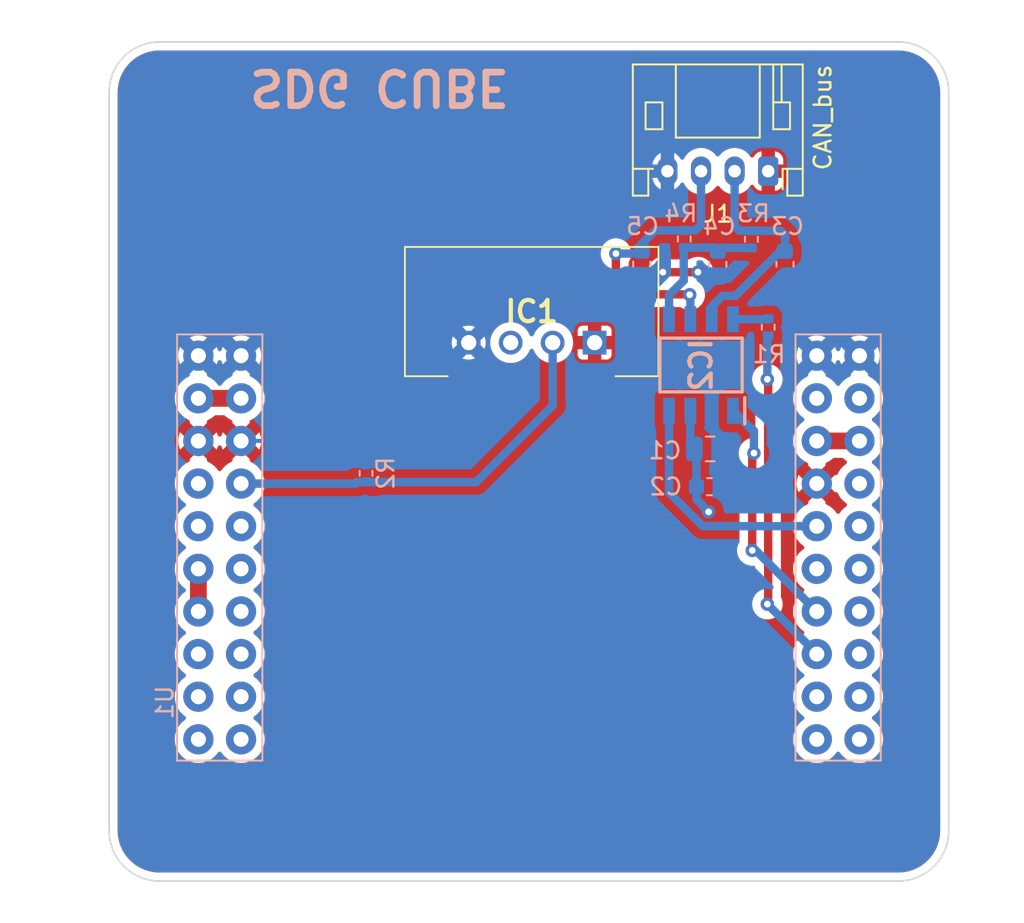
<source format=kicad_pcb>
(kicad_pcb (version 20211014) (generator pcbnew)
  (layers (0 "F.Cu" power) (31 "B.Cu" power) (34 "B.Paste" user) (35 "F.Paste" user) (36 "B.SilkS" user "B.Silkscreen") (37 "F.SilkS" user "F.Silkscreen") (38 "B.Mask" user) (39 "F.Mask" user) (44 "Edge.Cuts" user))
  (net 0 "")
  (net 1 "+3.3V")
  (net 2 "GND")
  (net 3 "CAN_HIGH")
  (net 4 "CAN_SPLIT")
  (net 5 "CAN_LOW")
  (net 6 "Net-(R1-Pad1)")
  (net 8 "CAN_TX")
  (net 9 "CAN_RX")
  (net 10 "CAN_STANDBY")
  (net 11 "DHT22")
  (net 15 "unconnected-(U1-Pad7)")
  (net 20 "unconnected-(U1-Pad17)")
  (footprint "SDG:THT 20x2x2" (layer "F.Cu") (at 80.515 117.555)
    (fp_text reference "U1" (at 3.3 -10.7 90 unlocked) (layer "B.SilkS") (effects (justify mirror)))
    (fp_text value "Cube")
    (fp_text user "SDG CUBE" (at 16.085 -47.355 180 unlocked) (layer "B.SilkS") (effects (font (size 2 2) (thickness 0.4)) (justify mirror)))
    (fp_line (start 4.03 -32.63) (end 4.03 -7.23) (layer "B.SilkS") (width 0.12))
    (fp_line (start 45.94 -32.63) (end 40.86 -32.63) (layer "B.SilkS") (width 0.12))
    (fp_line (start 40.86 -7.23) (end 45.94 -7.23) (layer "B.SilkS") (width 0.12))
    (fp_line (start 9.11 -32.63) (end 4.03 -32.63) (layer "B.SilkS") (width 0.12))
    (fp_line (start 40.86 -32.63) (end 40.86 -7.23) (layer "B.SilkS") (width 0.12))
    (fp_line (start 45.94 -7.23) (end 45.94 -32.63) (layer "B.SilkS") (width 0.12))
    (fp_line (start 4.03 -7.23) (end 9.11 -7.23) (layer "B.SilkS") (width 0.12))
    (fp_line (start 9.11 -7.23) (end 9.11 -32.63) (layer "B.SilkS") (width 0.12))
    (pad "1" thru_hole circle (at 5.3 -8.5) (size 1.8 1.8) (drill 0.9) (layers *.Cu *.Mask))
    (pad "2" thru_hole circle (at 7.84 -8.5) (size 1.8 1.8) (drill 0.9) (layers *.Cu *.Mask))
    (pad "4" thru_hole circle (at 7.84 -11.04) (size 1.8 1.8) (drill 0.9) (layers *.Cu *.Mask))
    (pad "5" thru_hole circle (at 5.3 -11.04) (size 1.8 1.8) (drill 0.9) (layers *.Cu *.Mask))
    (pad "5" thru_hole circle (at 5.3 -13.58) (size 1.8 1.8) (drill 0.9) (layers *.Cu *.Mask))
    (pad "6" thru_hole circle (at 7.84 -13.58) (size 1.8 1.8) (drill 0.9) (layers *.Cu *.Mask))
    (pad "7" thru_hole circle (at 5.3 -18.66) (size 1.8 1.8) (drill 0.9) (layers *.Cu *.Mask) (net 15 "unconnected-(U1-Pad7)"))
    (pad "7" thru_hole circle (at 5.3 -16.12) (size 1.8 1.8) (drill 0.9) (layers *.Cu *.Mask) (net 15 "unconnected-(U1-Pad7)"))
    (pad "8" thru_hole circle (at 7.84 -16.12) (size 1.8 1.8) (drill 0.9) (layers *.Cu *.Mask))
    (pad "10" thru_hole circle (at 7.84 -18.66) (size 1.8 1.8) (drill 0.9) (layers *.Cu *.Mask))
    (pad "11" thru_hole circle (at 5.3 -21.2) (size 1.8 1.8) (drill 0.9) (layers *.Cu *.Mask))
    (pad "12" thru_hole circle (at 7.84 -21.2) (size 1.8 1.8) (drill 0.9) (layers *.Cu *.Mask))
    (pad "13" thru_hole circle (at 5.3 -23.74) (size 1.8 1.8) (drill 0.9) (layers *.Cu *.Mask))
    (pad "14" thru_hole circle (at 7.84 -23.74) (size 1.8 1.8) (drill 0.9) (layers *.Cu *.Mask) (net 11 "DHT22"))
    (pad "15" thru_hole circle (at 5.3 -26.28) (size 1.8 1.8) (drill 0.9) (layers *.Cu *.Mask) (net 1 "+3.3V"))
    (pad "15" thru_hole circle (at 42.13 -23.74) (size 1.8 1.8) (drill 0.9) (layers *.Cu *.Mask) (net 1 "+3.3V"))
    (pad "15" thru_hole circle (at 7.84 -26.28) (size 1.8 1.8) (drill 0.9) (layers *.Cu *.Mask) (net 1 "+3.3V"))
    (pad "17" thru_hole circle (at 5.3 -28.82) (size 1.8 1.8) (drill 0.9) (layers *.Cu *.Mask) (net 20 "unconnected-(U1-Pad17)"))
    (pad "17" thru_hole circle (at 44.67 -26.28) (size 1.8 1.8) (drill 0.9) (layers *.Cu *.Mask) (net 20 "unconnected-(U1-Pad17)"))
    (pad "17" thru_hole circle (at 7.84 -28.82) (size 1.8 1.8) (drill 0.9) (layers *.Cu *.Mask) (net 20 "unconnected-(U1-Pad17)"))
    (pad "17" thru_hole circle (at 42.13 -26.28) (size 1.8 1.8) (drill 0.9) (layers *.Cu *.Mask) (net 20 "unconnected-(U1-Pad17)"))
    (pad "19" thru_hole circle (at 44.67 -31.36) (size 1.8 1.8) (drill 0.9) (layers *.Cu *.Mask) (net 2 "GND"))
    (pad "19" thru_hole circle (at 5.3 -31.36) (size 1.8 1.8) (drill 0.9) (layers *.Cu *.Mask) (net 2 "GND"))
    (pad "19" thru_hole circle (at 42.13 -31.36) (size 1.8 1.8) (drill 0.9) (layers *.Cu *.Mask) (net 2 "GND"))
    (pad "19" thru_hole circle (at 7.84 -31.36) (size 1.8 1.8) (drill 0.9) (layers *.Cu *.Mask) (net 2 "GND"))
    (pad "21" thru_hole circle (at 42.13 -8.5) (size 1.8 1.8) (drill 0.9) (layers *.Cu *.Mask))
    (pad "22" thru_hole circle (at 44.67 -8.5) (size 1.8 1.8) (drill 0.9) (layers *.Cu *.Mask))
    (pad "23" thru_hole circle (at 42.13 -11.04) (size 1.8 1.8) (drill 0.9) (layers *.Cu *.Mask))
    (pad "24" thru_hole circle (at 44.67 -11.04) (size 1.8 1.8) (drill 0.9) (layers *.Cu *.Mask))
    (pad "25" thru_hole circle (at 42.13 -13.58) (size 1.8 1.8) (drill 0.9) (layers *.Cu *.Mask) (net 6 "Net-(R1-Pad1)"))
    (pad "26" thru_hole circle (at 44.67 -13.58) (size 1.8 1.8) (drill 0.9) (layers *.Cu *.Mask))
    (pad "27" thru_hole circle (at 42.13 -16.12) (size 1.8 1.8) (drill 0.9) (layers *.Cu *.Mask) (net 8 "CAN_TX"))
    (pad "28" thru_hole circle (at 44.67 -16.12) (size 1.8 1.8) (drill 0.9) (layers *.Cu *.Mask))
    (pad "29" thru_hole circle (at 42.13 -18.66) (size 1.8 1.8) (drill 0.9) (layers *.Cu *.Mask))
    (pad "30" thru_hole circle (at 44.67 -18.66) (size 1.8 1.8) (drill 0.9) (layers *.Cu *.Mask))
    (pad "31" thru_hole circle (at 42.13 -21.2) (size 1.8 1.8) (drill 0.9) (layers *.Cu *.Mask) (net 9 "CAN_RX"))
    (pad "32" thru_hole circle (at 44.67 -21.2) (size 1.8 1.8) (drill 0.9) (layers *.Cu *.Mask))
    (pad "34" thru_hole circle (at 44.67 -23.74) (size 1.8 1.8) (drill 0.9) (layers *.Cu *.Mask))
    (pad "37" thru_hole circle (at 42.13 -28.82) (size 1.8 1.8) (drill 0.9) (layers *.Cu *.Mask))
    (pad "38" thru_hole circle (at 44.67 -28.82) (size 1.8 1.8) (drill 0.9) (layers *.Cu *.Mask))
  )
  (footprint "SamacSys_Parts:DHT22" (layer "F.Cu") (at 109.414 85.416 180)
    (fp_text reference "IC1" (at 3.75 1.85) (layer "F.SilkS") (effects (font (size 1.27 1.27) (thickness 0.254))))
    (fp_text value "DHT22" hide)
    (fp_line (start -3.8 -2) (end -3.8 -2) (layer "F.SilkS") (width 0.1))
    (fp_line (start -3.8 5.7) (end -3.8 -2) (layer "F.SilkS") (width 0.1))
    (fp_line (start 8.75 -2) (end 11.3 -2) (layer "F.SilkS") (width 0.1))
    (fp_line (start -1.25 -2) (end -3.8 -2) (layer "F.SilkS") (width 0.1))
    (fp_line (start -3.8 5.7) (end 11.3 5.7) (layer "F.SilkS") (width 0.1))
    (fp_line (start 11.3 -2) (end 11.3 -2) (layer "F.SilkS") (width 0.1))
    (fp_line (start 11.3 -2) (end 8.75 -2) (layer "F.SilkS") (width 0.1))
    (fp_line (start 11.3 -2) (end 11.3 -2) (layer "F.SilkS") (width 0.1))
    (fp_line (start 11.3 5.7) (end 11.3 5.7) (layer "F.SilkS") (width 0.1))
    (fp_line (start -3.8 5.7) (end -3.8 5.7) (layer "F.SilkS") (width 0.1))
    (fp_line (start 11.3 -2) (end 11.3 5.7) (layer "F.SilkS") (width 0.1))
    (fp_line (start -1.25 -2) (end -1.25 -2) (layer "F.SilkS") (width 0.1))
    (fp_line (start -3.8 -2) (end -3.8 5.7) (layer "F.SilkS") (width 0.1))
    (fp_line (start 11.3 5.7) (end -3.8 5.7) (layer "F.SilkS") (width 0.1))
    (fp_line (start 8.75 -2) (end 8.75 -2) (layer "F.SilkS") (width 0.1))
    (fp_line (start -3.8 -2) (end -3.8 -2) (layer "F.SilkS") (width 0.1))
    (fp_line (start 11.3 5.7) (end 11.3 -2) (layer "F.SilkS") (width 0.1))
    (fp_line (start -3.8 5.7) (end -3.8 5.7) (layer "F.SilkS") (width 0.1))
    (fp_line (start 11.3 5.7) (end 11.3 5.7) (layer "F.SilkS") (width 0.1))
    (fp_line (start -3.8 -2) (end -1.25 -2) (layer "F.SilkS") (width 0.1))
    (pad "1" thru_hole rect (at 0 0 180) (size 1.416 1.416) (drill 0.91) (layers *.Cu *.Mask) (net 1 "+3.3V"))
    (pad "2" thru_hole circle (at 2.5 0 180) (size 1.416 1.416) (drill 0.91) (layers *.Cu *.Mask) (net 11 "DHT22"))
    (pad "3" thru_hole circle (at 5 0 180) (size 1.416 1.416) (drill 0.91) (layers *.Cu *.Mask))
    (pad "4" thru_hole circle (at 7.5 0 180) (size 1.416 1.416) (drill 0.91) (layers *.Cu *.Mask) (net 2 "GND"))
  )
  (footprint "Connector_JST:JST_PH_S4B-PH-K_1x04_P2.00mm_Horizontal" (layer "F.Cu") (at 119.75 75.2 180)
    (fp_text reference "J1" (at 3 -2.55) (layer "F.SilkS"))
    (fp_text value "CAN_bus" (at -3.25 3.2 270) (layer "F.SilkS"))
    (fp_line (start -1.3 2.5) (end -1.3 4.1) (layer "F.SilkS") (width 0.12))
    (fp_line (start 8.06 -1.46) (end 7.14 -1.46) (layer "F.SilkS") (width 0.12))
    (fp_line (start -0.3 2.5) (end -1.3 2.5) (layer "F.SilkS") (width 0.12))
    (fp_line (start 7.3 2.5) (end 7.3 4.1) (layer "F.SilkS") (width 0.12))
    (fp_line (start 6.3 4.1) (end 6.3 2.5) (layer "F.SilkS") (width 0.12))
    (fp_line (start 5.5 2) (end 5.5 6.36) (layer "F.SilkS") (width 0.12))
    (fp_line (start 0.5 6.36) (end 0.5 2) (layer "F.SilkS") (width 0.12))
    (fp_line (start -0.86 0.14) (end -0.86 -1.075) (layer "F.SilkS") (width 0.12))
    (fp_line (start 0.5 2) (end 5.5 2) (layer "F.SilkS") (width 0.12))
    (fp_line (start -2.06 0.14) (end -1.14 0.14) (layer "F.SilkS") (width 0.12))
    (fp_line (start 7.14 -1.46) (end 7.14 0.14) (layer "F.SilkS") (width 0.12))
    (fp_line (start -0.8 4.1) (end -0.8 6.36) (layer "F.SilkS") (width 0.12))
    (fp_line (start -2.06 -1.46) (end -2.06 6.36) (layer "F.SilkS") (width 0.12))
    (fp_line (start -0.3 4.1) (end -0.3 2.5) (layer "F.SilkS") (width 0.12))
    (fp_line (start -1.3 4.1) (end -0.3 4.1) (layer "F.SilkS") (width 0.12))
    (fp_line (start 7.14 0.14) (end 6.86 0.14) (layer "F.SilkS") (width 0.12))
    (fp_line (start 7.3 4.1) (end 6.3 4.1) (layer "F.SilkS") (width 0.12))
    (fp_line (start -1.14 -1.46) (end -2.06 -1.46) (layer "F.SilkS") (width 0.12))
    (fp_line (start 6.3 2.5) (end 7.3 2.5) (layer "F.SilkS") (width 0.12))
    (fp_line (start -0.86 0.14) (end -1.14 0.14) (layer "F.SilkS") (width 0.12))
    (fp_line (start 8.06 6.36) (end 8.06 -1.46) (layer "F.SilkS") (width 0.12))
    (fp_line (start -1.14 0.14) (end -1.14 -1.46) (layer "F.SilkS") (width 0.12))
    (fp_line (start 8.06 0.14) (end 7.14 0.14) (layer "F.SilkS") (width 0.12))
    (fp_line (start -0.3 4.1) (end -0.3 6.36) (layer "F.SilkS") (width 0.12))
    (fp_line (start -2.06 6.36) (end 8.06 6.36) (layer "F.SilkS") (width 0.12))
    (pad "1" thru_hole roundrect (at 0 0 180) (size 1.2 1.75) (drill 0.75) (layers *.Cu *.Mask) (roundrect_rratio 0.208333) (net 1 "+3.3V"))
    (pad "2" thru_hole oval (at 2 0 180) (size 1.2 1.75) (drill 0.75) (layers *.Cu *.Mask) (net 3 "CAN_HIGH"))
    (pad "3" thru_hole oval (at 4 0 180) (size 1.2 1.75) (drill 0.75) (layers *.Cu *.Mask) (net 5 "CAN_LOW"))
    (pad "4" thru_hole oval (at 6 0 180) (size 1.2 1.75) (drill 0.75) (layers *.Cu *.Mask) (net 2 "GND"))
  )
  (footprint "Resistor_SMD:R_0402_1005Metric" (layer "B.Cu") (at 95.8 93.2 90)
    (fp_text reference "R2" (at 0 1.17 90) (layer "B.SilkS") (effects (justify mirror)))
    (fp_text value "10k")
    (fp_line (start -0.153641 -0.38) (end 0.153641 -0.38) (layer "B.SilkS") (width 0.12))
    (fp_line (start -0.153641 0.38) (end 0.153641 0.38) (layer "B.SilkS") (width 0.12))
    (pad "1" smd roundrect (at -0.51 0 90) (size 0.54 0.64) (layers "B.Cu" "B.Paste" "B.Mask") (net 11 "DHT22"))
    (pad "2" smd roundrect (at 0.51 0 90) (size 0.54 0.64) (layers "B.Cu" "B.Paste" "B.Mask") (net 1 "+3.3V"))
  )
  (footprint "Resistor_SMD:R_0402_1005Metric" (layer "B.Cu") (at 114.75 79.24 90)
    (fp_text reference "R4" (at 1.516 -0.196 180) (layer "B.SilkS") (effects (justify mirror)))
    (fp_text value "60R")
    (fp_line (start -0.153641 -0.38) (end 0.153641 -0.38) (layer "B.SilkS") (width 0.12))
    (fp_line (start -0.153641 0.38) (end 0.153641 0.38) (layer "B.SilkS") (width 0.12))
    (pad "1" smd roundrect (at -0.51 0 90) (size 0.54 0.64) (layers "B.Cu" "B.Paste" "B.Mask") (net 4 "CAN_SPLIT"))
    (pad "2" smd roundrect (at 0.51 0 90) (size 0.54 0.64) (layers "B.Cu" "B.Paste" "B.Mask") (net 5 "CAN_LOW"))
  )
  (footprint "Capacitor_SMD:C_0603_1608Metric" (layer "B.Cu") (at 116.25 94 180)
    (fp_text reference "C2" (at 2.6 0) (layer "B.SilkS") (effects (justify mirror)))
    (fp_text value "0.1u")
    (fp_line (start -0.14058 -0.51) (end 0.14058 -0.51) (layer "B.SilkS") (width 0.12))
    (fp_line (start -0.14058 0.51) (end 0.14058 0.51) (layer "B.SilkS") (width 0.12))
    (pad "1" smd roundrect (at -0.775 0 180) (size 0.9 0.95) (layers "B.Cu" "B.Paste" "B.Mask") (net 2 "GND"))
    (pad "2" smd roundrect (at 0.775 0 180) (size 0.9 0.95) (layers "B.Cu" "B.Paste" "B.Mask") (net 1 "+3.3V"))
  )
  (footprint "Capacitor_SMD:C_0603_1608Metric" (layer "B.Cu") (at 112.22 80.73 90)
    (fp_text reference "C5" (at 2.244 0.048) (layer "B.SilkS") (effects (justify mirror)))
    (fp_text value "100p")
    (fp_line (start -0.14058 -0.51) (end 0.14058 -0.51) (layer "B.SilkS") (width 0.12))
    (fp_line (start -0.14058 0.51) (end 0.14058 0.51) (layer "B.SilkS") (width 0.12))
    (pad "1" smd roundrect (at -0.775 0 90) (size 0.9 0.95) (layers "B.Cu" "B.Paste" "B.Mask") (net 2 "GND"))
    (pad "2" smd roundrect (at 0.775 0 90) (size 0.9 0.95) (layers "B.Cu" "B.Paste" "B.Mask") (net 5 "CAN_LOW"))
  )
  (footprint "SamacSys_Parts:SOIC127P600X175-8N" (layer "B.Cu") (at 115.75 86.75 90)
    (fp_text reference "IC2" (at 0 0 90) (layer "B.SilkS") (effects (font (size 1.27 1.27) (thickness 0.254)) (justify mirror)))
    (fp_text value "TJA1040T_CM,118" hide)
    (fp_line (start -3.5 2.605) (end -1.95 2.605) (layer "B.SilkS") (width 0.2))
    (fp_line (start -1.6 2.45) (end 1.6 2.45) (layer "B.SilkS") (width 0.2))
    (fp_line (start 1.6 -2.45) (end -1.6 -2.45) (layer "B.SilkS") (width 0.2))
    (fp_line (start 1.6 2.45) (end 1.6 -2.45) (layer "B.SilkS") (width 0.2))
    (fp_line (start -1.6 -2.45) (end -1.6 2.45) (layer "B.SilkS") (width 0.2))
    (pad "1" smd rect (at -2.725 1.905) (size 0.7 1.55) (layers "B.Cu" "B.Paste" "B.Mask") (net 8 "CAN_TX"))
    (pad "2" smd rect (at -2.725 0.635) (size 0.7 1.55) (layers "B.Cu" "B.Paste" "B.Mask") (net 2 "GND"))
    (pad "3" smd rect (at -2.725 -0.635) (size 0.7 1.55) (layers "B.Cu" "B.Paste" "B.Mask") (net 1 "+3.3V"))
    (pad "4" smd rect (at -2.725 -1.905) (size 0.7 1.55) (layers "B.Cu" "B.Paste" "B.Mask") (net 9 "CAN_RX"))
    (pad "5" smd rect (at 2.725 -1.905) (size 0.7 1.55) (layers "B.Cu" "B.Paste" "B.Mask") (net 4 "CAN_SPLIT"))
    (pad "6" smd rect (at 2.725 -0.635) (size 0.7 1.55) (layers "B.Cu" "B.Paste" "B.Mask") (net 5 "CAN_LOW"))
    (pad "7" smd rect (at 2.725 0.635) (size 0.7 1.55) (layers "B.Cu" "B.Paste" "B.Mask") (net 3 "CAN_HIGH"))
    (pad "8" smd rect (at 2.725 1.905) (size 0.7 1.55) (layers "B.Cu" "B.Paste" "B.Mask") (net 10 "CAN_STANDBY"))
  )
  (footprint "Resistor_SMD:R_0402_1005Metric" (layer "B.Cu") (at 119.75 84.5 90)
    (fp_text reference "R1" (at -1.62 0.05 180) (layer "B.SilkS") (effects (justify mirror)))
    (fp_text value "330R")
    (fp_line (start -0.153641 -0.38) (end 0.153641 -0.38) (layer "B.SilkS") (width 0.12))
    (fp_line (start -0.153641 0.38) (end 0.153641 0.38) (layer "B.SilkS") (width 0.12))
    (pad "1" smd roundrect (at -0.51 0 90) (size 0.54 0.64) (layers "B.Cu" "B.Paste" "B.Mask") (net 6 "Net-(R1-Pad1)"))
    (pad "2" smd roundrect (at 0.51 0 90) (size 0.54 0.64) (layers "B.Cu" "B.Paste" "B.Mask") (net 10 "CAN_STANDBY"))
  )
  (footprint "Capacitor_SMD:C_0805_2012Metric" (layer "B.Cu") (at 116.3 91.75)
    (fp_text reference "C1" (at -2.7 0.1) (layer "B.SilkS") (effects (justify mirror)))
    (fp_text value "10u")
    (fp_line (start -0.261252 -0.735) (end 0.261252 -0.735) (layer "B.SilkS") (width 0.12))
    (fp_line (start -0.261252 0.735) (end 0.261252 0.735) (layer "B.SilkS") (width 0.12))
    (pad "1" smd roundrect (at -0.95 0) (size 1 1.45) (layers "B.Cu" "B.Paste" "B.Mask") (net 1 "+3.3V"))
    (pad "2" smd roundrect (at 0.95 0) (size 1 1.45) (layers "B.Cu" "B.Paste" "B.Mask") (net 2 "GND"))
  )
  (footprint "Capacitor_SMD:C_0603_1608Metric" (layer "B.Cu") (at 116.75 80.75 90)
    (fp_text reference "C4" (at 2.264 0.09) (layer "B.SilkS") (effects (justify mirror)))
    (fp_text value "47n")
    (fp_line (start -0.14058 -0.51) (end 0.14058 -0.51) (layer "B.SilkS") (width 0.12))
    (fp_line (start -0.14058 0.51) (end 0.14058 0.51) (layer "B.SilkS") (width 0.12))
    (pad "1" smd roundrect (at -0.775 0 90) (size 0.9 0.95) (layers "B.Cu" "B.Paste" "B.Mask") (net 2 "GND"))
    (pad "2" smd roundrect (at 0.775 0 90) (size 0.9 0.95) (layers "B.Cu" "B.Paste" "B.Mask") (net 4 "CAN_SPLIT"))
  )
  (footprint "Resistor_SMD:R_0402_1005Metric" (layer "B.Cu") (at 118.75 79.26 -90)
    (fp_text reference "R3" (at -1.536 -0.122) (layer "B.SilkS") (effects (justify mirror)))
    (fp_text value "60R")
    (fp_line (start -0.153641 -0.38) (end 0.153641 -0.38) (layer "B.SilkS") (width 0.12))
    (fp_line (start -0.153641 0.38) (end 0.153641 0.38) (layer "B.SilkS") (width 0.12))
    (pad "1" smd roundrect (at -0.51 0 270) (size 0.54 0.64) (layers "B.Cu" "B.Paste" "B.Mask") (net 3 "CAN_HIGH"))
    (pad "2" smd roundrect (at 0.51 0 270) (size 0.54 0.64) (layers "B.Cu" "B.Paste" "B.Mask") (net 4 "CAN_SPLIT"))
  )
  (footprint "Capacitor_SMD:C_0603_1608Metric" (layer "B.Cu") (at 120.75 80.75 90)
    (fp_text reference "C3" (at 2.264 0.154) (layer "B.SilkS") (effects (justify mirror)))
    (fp_text value "100p")
    (fp_line (start -0.14058 0.51) (end 0.14058 0.51) (layer "B.SilkS") (width 0.12))
    (fp_line (start -0.14058 -0.51) (end 0.14058 -0.51) (layer "B.SilkS") (width 0.12))
    (pad "1" smd roundrect (at -0.775 0 90) (size 0.9 0.95) (layers "B.Cu" "B.Paste" "B.Mask") (net 2 "GND"))
    (pad "2" smd roundrect (at 0.775 0 90) (size 0.9 0.95) (layers "B.Cu" "B.Paste" "B.Mask") (net 3 "CAN_HIGH"))
  )
  (gr_line (start 80.5 70.5) (end 80.5 114.5) (layer "Edge.Cuts") (width 0.1))
  (gr_line (start 127.5 67.5) (end 83.5 67.5) (layer "Edge.Cuts") (width 0.1))
  (gr_line (start 127.5 117.5) (end 83.5 117.5) (layer "Edge.Cuts") (width 0.1))
  (gr_arc (start 130.5 114.5) (mid 129.62132 116.62132) (end 127.5 117.5) (layer "Edge.Cuts") (width 0.1))
  (gr_arc (start 80.5 70.5) (mid 81.37868 68.37868) (end 83.5 67.5) (layer "Edge.Cuts") (width 0.1))
  (gr_line (start 130.5 114.5) (end 130.5 70.5) (layer "Edge.Cuts") (width 0.1))
  (gr_arc (start 127.5 67.5) (mid 129.62132 68.37868) (end 130.5 70.5) (layer "Edge.Cuts") (width 0.1))
  (gr_arc (start 83.5 117.5) (mid 81.37868 116.62132) (end 80.5 114.5) (layer "Edge.Cuts") (width 0.1))
  (via (at 116.2 95.5) (size 0.8) (drill 0.4) (layers "F.Cu" "B.Cu") (net 1))
  (segment (start 115.475 91.875) (end 115.35 91.75) (width 0.5) (layer "B.Cu") (net 1))
  (segment (start 115.115 91.515) (end 115.35 91.75) (width 0.5) (layer "B.Cu") (net 1))
  (segment (start 94.385 91.275) (end 95.8 92.69) (width 0.25) (layer "B.Cu") (net 1))
  (segment (start 115.55 94.83) (end 115.475 94.755) (width 0.5) (layer "B.Cu") (net 1))
  (segment (start 115.115 89.475) (end 115.115 91.515) (width 0.5) (layer "B.Cu") (net 1))
  (segment (start 115.475 94) (end 115.475 91.875) (width 0.5) (layer "B.Cu") (net 1))
  (segment (start 88.355 91.275) (end 94.385 91.275) (width 0.25) (layer "B.Cu") (net 1))
  (segment (start 115.77 95.07) (end 115.77 95.04) (width 0.5) (layer "B.Cu") (net 1))
  (segment (start 115.56 94.83) (end 115.55 94.83) (width 0.5) (layer "B.Cu") (net 1))
  (segment (start 116.2 95.5) (end 115.77 95.07) (width 0.5) (layer "B.Cu") (net 1))
  (segment (start 115.475 94.755) (end 115.475 94) (width 0.5) (layer "B.Cu") (net 1))
  (segment (start 115.77 95.04) (end 115.56 94.83) (width 0.5) (layer "B.Cu") (net 1))
  (segment (start 115.5695 81.214919) (end 115.564419 81.22) (width 0.5) (layer "F.Cu") (net 2))
  (segment (start 115.564419 81.22) (end 113.48 81.22) (width 0.5) (layer "F.Cu") (net 2))
  (via (at 115.5695 81.214919) (size 0.8) (drill 0.4) (layers "F.Cu" "B.Cu") (net 2))
  (via (at 113.48 81.22) (size 0.8) (drill 0.4) (layers "F.Cu" "B.Cu") (net 2))
  (segment (start 115.879581 81.525) (end 116.75 81.525) (width 0.5) (layer "B.Cu") (net 2))
  (segment (start 115.5695 81.214919) (end 115.879581 81.525) (width 0.5) (layer "B.Cu") (net 2))
  (segment (start 120.455 79.975) (end 117.8 82.63) (width 0.5) (layer "B.Cu") (net 3))
  (segment (start 117.03 82.63) (end 116.385 83.275) (width 0.5) (layer "B.Cu") (net 3))
  (segment (start 117.75 75.2) (end 117.75 78.45) (width 0.5) (layer "B.Cu") (net 3))
  (segment (start 116.385 84.025) (end 116.385 83.415) (width 0.25) (layer "B.Cu") (net 3))
  (segment (start 120.76 79.965) (end 120.75 79.975) (width 0.5) (layer "B.Cu") (net 3))
  (segment (start 117.8 82.63) (end 117.03 82.63) (width 0.5) (layer "B.Cu") (net 3))
  (segment (start 120.75 79.975) (end 120.455 79.975) (width 0.5) (layer "B.Cu") (net 3))
  (segment (start 118.75 78.75) (end 120.49 78.75) (width 0.5) (layer "B.Cu") (net 3))
  (segment (start 120.49 78.75) (end 120.76 79.02) (width 0.5) (layer "B.Cu") (net 3))
  (segment (start 120.76 79.02) (end 120.76 79.965) (width 0.5) (layer "B.Cu") (net 3))
  (segment (start 116.385 83.275) (end 116.385 84.025) (width 0.5) (layer "B.Cu") (net 3))
  (segment (start 117.75 78.45) (end 118.05 78.75) (width 0.5) (layer "B.Cu") (net 3))
  (segment (start 118.05 78.75) (end 118.75 78.75) (width 0.5) (layer "B.Cu") (net 3))
  (segment (start 118.75 79.77) (end 116.955 79.77) (width 0.5) (layer "B.Cu") (net 4))
  (segment (start 113.845 84.025) (end 113.845 82.592918) (width 0.5) (layer "B.Cu") (net 4))
  (segment (start 114.72 81.717918) (end 114.72 79.78) (width 0.5) (layer "B.Cu") (net 4))
  (segment (start 114.75 79.75) (end 116.525 79.75) (width 0.5) (layer "B.Cu") (net 4))
  (segment (start 116.525 79.75) (end 116.75 79.975) (width 0.5) (layer "B.Cu") (net 4))
  (segment (start 116.955 79.77) (end 116.75 79.975) (width 0.5) (layer "B.Cu") (net 4))
  (segment (start 113.845 82.592918) (end 114.72 81.717918) (width 0.5) (layer "B.Cu") (net 4))
  (segment (start 114.72 79.78) (end 114.75 79.75) (width 0.5) (layer "B.Cu") (net 4))
  (segment (start 115.052 82.54) (end 111.11 82.54) (width 0.5) (layer "F.Cu") (net 5))
  (segment (start 115.075647 82.563647) (end 115.052 82.54) (width 0.5) (layer "F.Cu") (net 5))
  (segment (start 111.11 82.54) (end 110.68 82.11) (width 0.5) (layer "F.Cu") (net 5))
  (segment (start 110.68 82.11) (end 110.68 80.11) (width 0.5) (layer "F.Cu") (net 5))
  (via (at 115.075647 82.563647) (size 0.8) (drill 0.4) (layers "F.Cu" "B.Cu") (net 5))
  (via (at 110.68 80.11) (size 0.8) (drill 0.4) (layers "F.Cu" "B.Cu") (net 5))
  (segment (start 115.4 78.73) (end 114.75 78.73) (width 0.5) (layer "B.Cu") (net 5))
  (segment (start 113.02 78.73) (end 112.22 79.53) (width 0.5) (layer "B.Cu") (net 5))
  (segment (start 115.075647 82.563647) (end 115.115 82.603) (width 0.5) (layer "B.Cu") (net 5))
  (segment (start 115.75 78.38) (end 115.4 78.73) (width 0.5) (layer "B.Cu") (net 5))
  (segment (start 115.115 82.603) (end 115.115 84.025) (width 0.5) (layer "B.Cu") (net 5))
  (segment (start 112.22 79.53) (end 112.22 79.955) (width 0.5) (layer "B.Cu") (net 5))
  (segment (start 115.75 75.2) (end 115.75 78.38) (width 0.5) (layer "B.Cu") (net 5))
  (segment (start 112.065 80.11) (end 112.22 79.955) (width 0.5) (layer "B.Cu") (net 5))
  (segment (start 114.75 78.73) (end 113.02 78.73) (width 0.5) (layer "B.Cu") (net 5))
  (segment (start 110.68 80.11) (end 112.065 80.11) (width 0.5) (layer "B.Cu") (net 5))
  (segment (start 119.75 100.95) (end 119.7 101) (width 0.5) (layer "F.Cu") (net 6))
  (segment (start 119.7 87.6) (end 119.75 87.65) (width 0.5) (layer "F.Cu") (net 6))
  (segment (start 119.75 87.65) (end 119.75 100.95) (width 0.5) (layer "F.Cu") (net 6))
  (via (at 119.7 87.6) (size 0.8) (drill 0.4) (layers "F.Cu" "B.Cu") (net 6))
  (via (at 119.7 101) (size 0.8) (drill 0.4) (layers "F.Cu" "B.Cu") (net 6))
  (segment (start 119.7 85.06) (end 119.75 85.01) (width 0.5) (layer "B.Cu") (net 6))
  (segment (start 122.645 103.945) (end 119.7 101) (width 0.5) (layer "B.Cu") (net 6))
  (segment (start 119.7 87.6) (end 119.7 85.06) (width 0.5) (layer "B.Cu") (net 6))
  (segment (start 122.645 103.975) (end 122.645 103.945) (width 0.5) (layer "B.Cu") (net 6))
  (segment (start 118.8 92.1) (end 118.9 92) (width 0.5) (layer "F.Cu") (net 8))
  (segment (start 118.8 97.8) (end 118.8 92.1) (width 0.5) (layer "F.Cu") (net 8))
  (via (at 118.8 97.8) (size 0.8) (drill 0.4) (layers "F.Cu" "B.Cu") (net 8))
  (via (at 118.9 92) (size 0.8) (drill 0.4) (layers "F.Cu" "B.Cu") (net 8))
  (segment (start 118.78 90.55) (end 118.9 90.67) (width 0.5) (layer "B.Cu") (net 8))
  (segment (start 122.645 101.435) (end 119.01 97.8) (width 0.5) (layer "B.Cu") (net 8))
  (segment (start 117.655 89.475) (end 118.73 90.55) (width 0.5) (layer "B.Cu") (net 8))
  (segment (start 119.01 97.8) (end 118.8 97.8) (width 0.5) (layer "B.Cu") (net 8))
  (segment (start 118.73 90.55) (end 118.78 90.55) (width 0.5) (layer "B.Cu") (net 8))
  (segment (start 118.9 90.67) (end 118.9 92) (width 0.5) (layer "B.Cu") (net 8))
  (segment (start 113.845 89.475) (end 113.845 94.347082) (width 0.5) (layer "B.Cu") (net 9))
  (segment (start 113.845 94.347082) (end 115.852918 96.355) (width 0.5) (layer "B.Cu") (net 9))
  (segment (start 115.852918 96.355) (end 122.645 96.355) (width 0.5) (layer "B.Cu") (net 9))
  (segment (start 117.655 84.025) (end 119.715 84.025) (width 0.5) (layer "B.Cu") (net 10))
  (segment (start 119.715 84.025) (end 119.75 83.99) (width 0.5) (layer "B.Cu") (net 10))
  (segment (start 95.157 93.815) (end 88.355 93.815) (width 0.5) (layer "B.Cu") (net 11))
  (segment (start 106.914 89.134) (end 106.934 89.154) (width 0.5) (layer "B.Cu") (net 11))
  (segment (start 106.934 89.154) (end 102.362 93.726) (width 0.5) (layer "B.Cu") (net 11))
  (segment (start 102.362 93.726) (end 95.816 93.726) (width 0.5) (layer "B.Cu") (net 11))
  (segment (start 95.816 93.726) (end 95.8 93.71) (width 0.5) (layer "B.Cu") (net 11))
  (segment (start 95.157 93.815) (end 95.246 93.726) (width 0.5) (layer "B.Cu") (net 11))
  (segment (start 106.914 85.416) (end 106.914 89.134) (width 0.5) (layer "B.Cu") (net 11))
  (segment (start 95.784 93.726) (end 95.8 93.71) (width 0.5) (layer "B.Cu") (net 11))
  (segment (start 95.246 93.726) (end 95.784 93.726) (width 0.5) (layer "B.Cu") (net 11))
  (segment (start 85.815 98.895) (end 85.815 101.435) (width 1) (layer "F.Cu") (net 15))
  (segment (start 88.355 88.735) (end 85.815 88.735) (width 1) (layer "F.Cu") (net 20))
  (segment (start 125.185 91.275) (end 122.645 91.275) (width 1) (layer "F.Cu") (net 20))
  (zone (net 1) (net_name "+3.3V") (layer "F.Cu") (connect_pads thru_hole_only (clearance 0.508)) (min_thickness 0.254) (fill yes (thermal_gap 0.3) (thermal_bridge_width 0.8))
    (polygon (pts (xy 131 118) (xy 76 120) (xy 76 66) (xy 131 66)))
  )
  (zone (net 2) (net_name "GND") (layer "B.Cu") (connect_pads thru_hole_only (clearance 0.508)) (min_thickness 0.254) (fill yes (thermal_gap 0.3) (thermal_bridge_width 0.8))
    (polygon (pts (xy 135 66) (xy 132 118) (xy 75 119) (xy 74 65)))
  )
)
</source>
